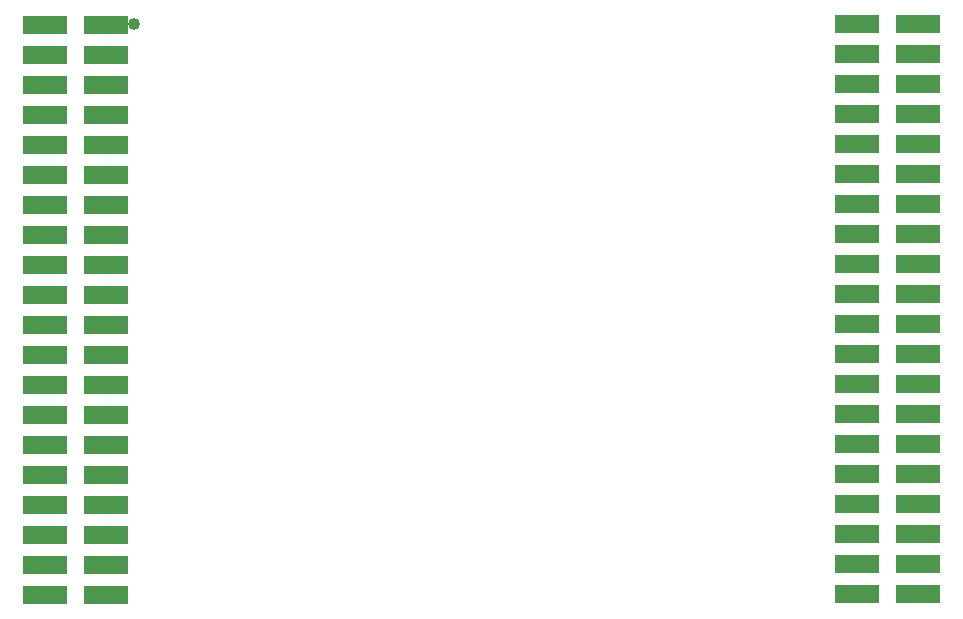
<source format=gbs>
G04*
G04 #@! TF.GenerationSoftware,Altium Limited,Altium Designer,22.9.1 (49)*
G04*
G04 Layer_Color=16711935*
%FSLAX25Y25*%
%MOIN*%
G70*
G04*
G04 #@! TF.SameCoordinates,874C2829-7940-4526-9E93-E1EEED9EE5DD*
G04*
G04*
G04 #@! TF.FilePolarity,Negative*
G04*
G01*
G75*
%ADD23C,0.04000*%
%ADD32R,0.14500X0.06488*%
D23*
X-285499Y-2016D02*
D03*
D32*
X-44498Y-192009D02*
D03*
X-24006D02*
D03*
X-44498Y-182009D02*
D03*
X-24006D02*
D03*
X-44498Y-172009D02*
D03*
X-24006D02*
D03*
X-44498Y-162009D02*
D03*
X-24006D02*
D03*
X-44498Y-152009D02*
D03*
X-24006D02*
D03*
X-44498Y-142009D02*
D03*
X-24006D02*
D03*
X-44498Y-132009D02*
D03*
X-24006D02*
D03*
X-44498Y-122009D02*
D03*
X-24006D02*
D03*
X-44498Y-112009D02*
D03*
X-24006D02*
D03*
X-44498Y-102009D02*
D03*
X-24006D02*
D03*
X-44498Y-92009D02*
D03*
X-24006D02*
D03*
X-44498Y-82009D02*
D03*
X-24006D02*
D03*
X-44498Y-72009D02*
D03*
X-24006D02*
D03*
X-44498Y-62009D02*
D03*
X-24006D02*
D03*
X-44498Y-52009D02*
D03*
X-24006D02*
D03*
X-44498Y-42009D02*
D03*
X-24006D02*
D03*
X-44498Y-32009D02*
D03*
X-24006D02*
D03*
X-44498Y-22009D02*
D03*
X-24006D02*
D03*
X-44498Y-12009D02*
D03*
X-24006D02*
D03*
X-44498Y-2009D02*
D03*
X-24006D02*
D03*
X-315190Y-192024D02*
D03*
X-294698D02*
D03*
X-315190Y-182024D02*
D03*
X-294698D02*
D03*
X-315190Y-172024D02*
D03*
X-294698D02*
D03*
X-315190Y-162024D02*
D03*
X-294698D02*
D03*
X-315190Y-152024D02*
D03*
X-294698D02*
D03*
X-315190Y-142024D02*
D03*
X-294698D02*
D03*
X-315190Y-132024D02*
D03*
X-294698D02*
D03*
X-315190Y-122024D02*
D03*
X-294698D02*
D03*
X-315190Y-112024D02*
D03*
X-294698D02*
D03*
X-315190Y-102024D02*
D03*
X-294698D02*
D03*
X-315190Y-92024D02*
D03*
X-294698D02*
D03*
X-315190Y-82024D02*
D03*
X-294698D02*
D03*
X-315190Y-72024D02*
D03*
X-294698D02*
D03*
X-315190Y-62024D02*
D03*
X-294698D02*
D03*
X-315190Y-52024D02*
D03*
X-294698D02*
D03*
X-315190Y-42024D02*
D03*
X-294698D02*
D03*
X-315190Y-32024D02*
D03*
X-294698D02*
D03*
X-315190Y-22024D02*
D03*
X-294698D02*
D03*
X-315190Y-12024D02*
D03*
X-294698D02*
D03*
X-315190Y-2024D02*
D03*
X-294698D02*
D03*
M02*

</source>
